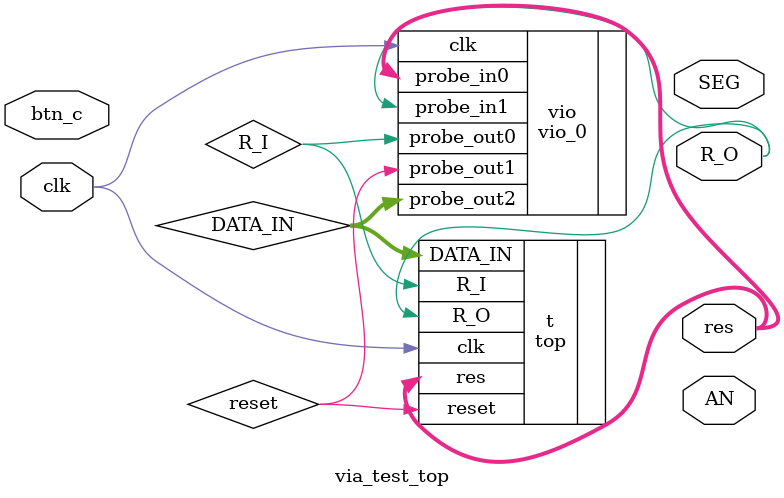
<source format=v>
`timescale 1ns / 1ps


module via_test_top(
    input clk,
    output [3:0] res,
	output R_O,
	
	input btn_c,
    output [7:0] AN,
    output [6:0] SEG
);

wire R_I, reset;
wire [3:0] DATA_IN;
vio_0 vio (
    .clk(clk),
    .probe_in0(res),
    .probe_in1(R_O),
    .probe_out0(R_I),
    .probe_out1(reset),
    .probe_out2(DATA_IN)
);

top t(
    .clk(clk),
    .DATA_IN(DATA_IN),
    .R_I(R_I), .reset(reset),
    .res(res),
    .R_O(R_O)
);
    
endmodule

</source>
